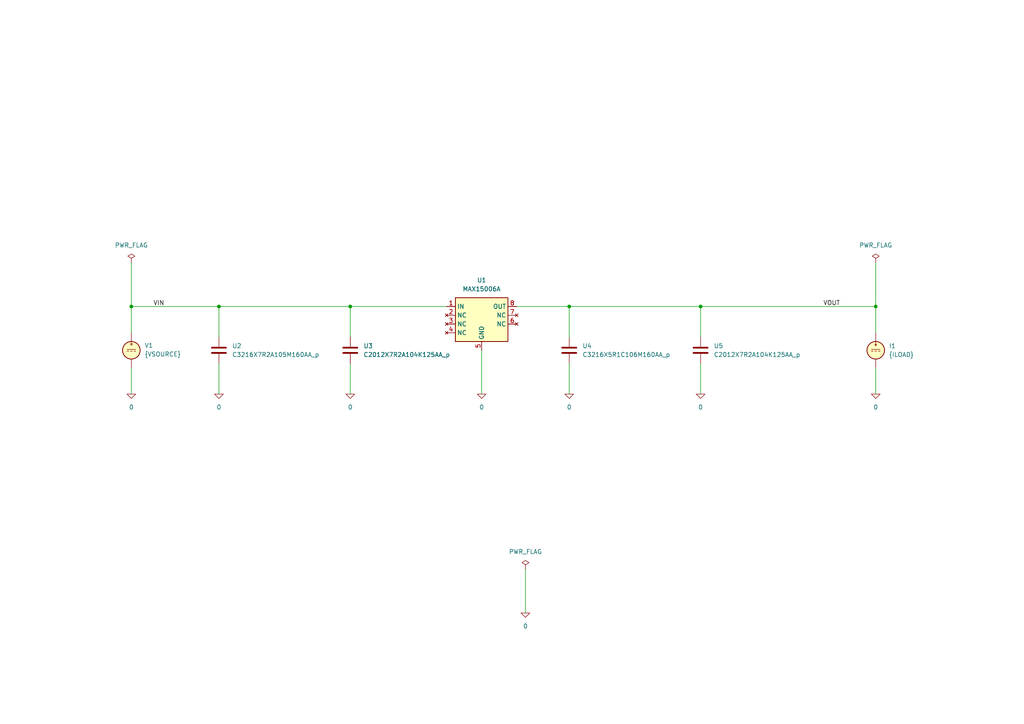
<source format=kicad_sch>
(kicad_sch
	(version 20231120)
	(generator "eeschema")
	(generator_version "8.0")
	(uuid "2b2ba44b-e46c-4be4-bf9a-4393ca8e3d98")
	(paper "A4")
	(title_block
		(title "40V, Ultra-Low Quiescent-Current Linear Regulators")
		(date "2024-07-07")
		(rev "2")
		(company "astroelectronic@")
		(comment 1 "-")
		(comment 2 "-")
		(comment 3 "-")
		(comment 4 "AE01005006")
	)
	(lib_symbols
		(symbol "MAX15006A:0"
			(power)
			(pin_names
				(offset 0)
			)
			(exclude_from_sim no)
			(in_bom yes)
			(on_board yes)
			(property "Reference" "#GND"
				(at 0 -2.54 0)
				(effects
					(font
						(size 1.27 1.27)
					)
					(hide yes)
				)
			)
			(property "Value" "0"
				(at 0 -1.778 0)
				(effects
					(font
						(size 1.27 1.27)
					)
				)
			)
			(property "Footprint" ""
				(at 0 0 0)
				(effects
					(font
						(size 1.27 1.27)
					)
					(hide yes)
				)
			)
			(property "Datasheet" "~"
				(at 0 0 0)
				(effects
					(font
						(size 1.27 1.27)
					)
					(hide yes)
				)
			)
			(property "Description" "0V reference potential for simulation"
				(at 0 0 0)
				(effects
					(font
						(size 1.27 1.27)
					)
					(hide yes)
				)
			)
			(property "ki_keywords" "simulation"
				(at 0 0 0)
				(effects
					(font
						(size 1.27 1.27)
					)
					(hide yes)
				)
			)
			(symbol "0_0_1"
				(polyline
					(pts
						(xy -1.27 0) (xy 0 -1.27) (xy 1.27 0) (xy -1.27 0)
					)
					(stroke
						(width 0)
						(type default)
					)
					(fill
						(type none)
					)
				)
			)
			(symbol "0_1_1"
				(pin power_in line
					(at 0 0 0)
					(length 0) hide
					(name "0"
						(effects
							(font
								(size 1.016 1.016)
							)
						)
					)
					(number "1"
						(effects
							(font
								(size 1.016 1.016)
							)
						)
					)
				)
			)
		)
		(symbol "MAX15006A:C"
			(pin_numbers hide)
			(pin_names
				(offset 0.254)
			)
			(exclude_from_sim no)
			(in_bom yes)
			(on_board yes)
			(property "Reference" "C"
				(at 0.635 2.54 0)
				(effects
					(font
						(size 1.27 1.27)
					)
					(justify left)
				)
			)
			(property "Value" "C"
				(at 0.635 -2.54 0)
				(effects
					(font
						(size 1.27 1.27)
					)
					(justify left)
				)
			)
			(property "Footprint" ""
				(at 0.9652 -3.81 0)
				(effects
					(font
						(size 1.27 1.27)
					)
					(hide yes)
				)
			)
			(property "Datasheet" "~"
				(at 0 0 0)
				(effects
					(font
						(size 1.27 1.27)
					)
					(hide yes)
				)
			)
			(property "Description" "Unpolarized capacitor"
				(at 0 0 0)
				(effects
					(font
						(size 1.27 1.27)
					)
					(hide yes)
				)
			)
			(property "ki_keywords" "cap capacitor"
				(at 0 0 0)
				(effects
					(font
						(size 1.27 1.27)
					)
					(hide yes)
				)
			)
			(property "ki_fp_filters" "C_*"
				(at 0 0 0)
				(effects
					(font
						(size 1.27 1.27)
					)
					(hide yes)
				)
			)
			(symbol "C_0_1"
				(polyline
					(pts
						(xy -2.032 -0.762) (xy 2.032 -0.762)
					)
					(stroke
						(width 0.508)
						(type default)
					)
					(fill
						(type none)
					)
				)
				(polyline
					(pts
						(xy -2.032 0.762) (xy 2.032 0.762)
					)
					(stroke
						(width 0.508)
						(type default)
					)
					(fill
						(type none)
					)
				)
			)
			(symbol "C_1_1"
				(pin passive line
					(at 0 3.81 270)
					(length 2.794)
					(name "~"
						(effects
							(font
								(size 1.27 1.27)
							)
						)
					)
					(number "1"
						(effects
							(font
								(size 1.27 1.27)
							)
						)
					)
				)
				(pin passive line
					(at 0 -3.81 90)
					(length 2.794)
					(name "~"
						(effects
							(font
								(size 1.27 1.27)
							)
						)
					)
					(number "2"
						(effects
							(font
								(size 1.27 1.27)
							)
						)
					)
				)
			)
		)
		(symbol "MAX15006A:IDC"
			(pin_numbers hide)
			(pin_names
				(offset 0.0254)
			)
			(exclude_from_sim no)
			(in_bom yes)
			(on_board yes)
			(property "Reference" "I"
				(at 2.54 2.54 0)
				(effects
					(font
						(size 1.27 1.27)
					)
					(justify left)
				)
			)
			(property "Value" "1"
				(at 2.54 0 0)
				(effects
					(font
						(size 1.27 1.27)
					)
					(justify left)
				)
			)
			(property "Footprint" ""
				(at 0 0 0)
				(effects
					(font
						(size 1.27 1.27)
					)
					(hide yes)
				)
			)
			(property "Datasheet" "https://ngspice.sourceforge.io/docs/ngspice-html-manual/manual.xhtml#sec_Independent_Sources_for"
				(at 0 0 0)
				(effects
					(font
						(size 1.27 1.27)
					)
					(hide yes)
				)
			)
			(property "Description" "Current source, DC"
				(at 0 0 0)
				(effects
					(font
						(size 1.27 1.27)
					)
					(hide yes)
				)
			)
			(property "Sim.Pins" "1=+ 2=-"
				(at 0 0 0)
				(effects
					(font
						(size 1.27 1.27)
					)
					(hide yes)
				)
			)
			(property "Sim.Type" "DC"
				(at 0 0 0)
				(effects
					(font
						(size 1.27 1.27)
					)
					(hide yes)
				)
			)
			(property "Sim.Device" "I"
				(at 0 0 0)
				(effects
					(font
						(size 1.27 1.27)
					)
					(hide yes)
				)
			)
			(property "ki_keywords" "simulation"
				(at 0 0 0)
				(effects
					(font
						(size 1.27 1.27)
					)
					(hide yes)
				)
			)
			(symbol "IDC_0_0"
				(polyline
					(pts
						(xy -1.27 0.254) (xy 1.27 0.254)
					)
					(stroke
						(width 0)
						(type default)
					)
					(fill
						(type none)
					)
				)
				(polyline
					(pts
						(xy -0.762 -0.254) (xy -1.27 -0.254)
					)
					(stroke
						(width 0)
						(type default)
					)
					(fill
						(type none)
					)
				)
				(polyline
					(pts
						(xy 0.254 -0.254) (xy -0.254 -0.254)
					)
					(stroke
						(width 0)
						(type default)
					)
					(fill
						(type none)
					)
				)
				(polyline
					(pts
						(xy 1.27 -0.254) (xy 0.762 -0.254)
					)
					(stroke
						(width 0)
						(type default)
					)
					(fill
						(type none)
					)
				)
			)
			(symbol "IDC_0_1"
				(polyline
					(pts
						(xy 0 1.27) (xy 0 2.286)
					)
					(stroke
						(width 0)
						(type default)
					)
					(fill
						(type none)
					)
				)
				(polyline
					(pts
						(xy -0.254 1.778) (xy 0 1.27) (xy 0.254 1.778)
					)
					(stroke
						(width 0)
						(type default)
					)
					(fill
						(type none)
					)
				)
				(circle
					(center 0 0)
					(radius 2.54)
					(stroke
						(width 0.254)
						(type default)
					)
					(fill
						(type background)
					)
				)
			)
			(symbol "IDC_1_1"
				(pin passive line
					(at 0 5.08 270)
					(length 2.54)
					(name "~"
						(effects
							(font
								(size 1.27 1.27)
							)
						)
					)
					(number "1"
						(effects
							(font
								(size 1.27 1.27)
							)
						)
					)
				)
				(pin passive line
					(at 0 -5.08 90)
					(length 2.54)
					(name "~"
						(effects
							(font
								(size 1.27 1.27)
							)
						)
					)
					(number "2"
						(effects
							(font
								(size 1.27 1.27)
							)
						)
					)
				)
			)
		)
		(symbol "MAX15006A:MAX15006A"
			(exclude_from_sim no)
			(in_bom yes)
			(on_board yes)
			(property "Reference" "U"
				(at -6.35 6.35 0)
				(effects
					(font
						(size 1.27 1.27)
					)
				)
			)
			(property "Value" "MAX15006A"
				(at 2.54 6.35 0)
				(effects
					(font
						(size 1.27 1.27)
					)
				)
			)
			(property "Footprint" ""
				(at 0 -6.35 0)
				(effects
					(font
						(size 1.27 1.27)
					)
					(hide yes)
				)
			)
			(property "Datasheet" "https://datasheets.maximintegrated.com/en/ds/MAX15006-MAX15007.pdf"
				(at 0 -6.35 0)
				(effects
					(font
						(size 1.27 1.27)
					)
					(hide yes)
				)
			)
			(property "Description" "40V, Ultra-Low Quiescent-Current Linear Regulators in 6-Pin TDFN/8-Pin SO"
				(at 0 0 0)
				(effects
					(font
						(size 1.27 1.27)
					)
					(hide yes)
				)
			)
			(property "ki_keywords" "Linear Voltage Regulator. Simulation."
				(at 0 0 0)
				(effects
					(font
						(size 1.27 1.27)
					)
					(hide yes)
				)
			)
			(property "ki_fp_filters" "SOT?23?5*"
				(at 0 0 0)
				(effects
					(font
						(size 1.27 1.27)
					)
					(hide yes)
				)
			)
			(symbol "MAX15006A_0_0"
				(pin no_connect line
					(at 10.16 -2.54 180)
					(length 2.54)
					(name "NC"
						(effects
							(font
								(size 1.27 1.27)
							)
						)
					)
					(number "6"
						(effects
							(font
								(size 1.27 1.27)
							)
						)
					)
				)
				(pin no_connect line
					(at 10.16 0 180)
					(length 2.54)
					(name "NC"
						(effects
							(font
								(size 1.27 1.27)
							)
						)
					)
					(number "7"
						(effects
							(font
								(size 1.27 1.27)
							)
						)
					)
				)
				(pin passive line
					(at 10.16 2.54 180)
					(length 2.54)
					(name "OUT"
						(effects
							(font
								(size 1.27 1.27)
							)
						)
					)
					(number "8"
						(effects
							(font
								(size 1.27 1.27)
							)
						)
					)
				)
			)
			(symbol "MAX15006A_1_1"
				(rectangle
					(start -7.62 5.08)
					(end 7.62 -7.62)
					(stroke
						(width 0.254)
						(type default)
					)
					(fill
						(type background)
					)
				)
				(pin passive line
					(at -10.16 2.54 0)
					(length 2.54)
					(name "IN"
						(effects
							(font
								(size 1.27 1.27)
							)
						)
					)
					(number "1"
						(effects
							(font
								(size 1.27 1.27)
							)
						)
					)
				)
				(pin no_connect line
					(at -10.16 0 0)
					(length 2.54)
					(name "NC"
						(effects
							(font
								(size 1.27 1.27)
							)
						)
					)
					(number "2"
						(effects
							(font
								(size 1.27 1.27)
							)
						)
					)
				)
				(pin no_connect line
					(at -10.16 -2.54 0)
					(length 2.54)
					(name "NC"
						(effects
							(font
								(size 1.27 1.27)
							)
						)
					)
					(number "3"
						(effects
							(font
								(size 1.27 1.27)
							)
						)
					)
				)
				(pin no_connect line
					(at -10.16 -5.08 0)
					(length 2.54)
					(name "NC"
						(effects
							(font
								(size 1.27 1.27)
							)
						)
					)
					(number "4"
						(effects
							(font
								(size 1.27 1.27)
							)
						)
					)
				)
				(pin passive line
					(at 0 -10.16 90)
					(length 2.54)
					(name "GND"
						(effects
							(font
								(size 1.27 1.27)
							)
						)
					)
					(number "5"
						(effects
							(font
								(size 1.27 1.27)
							)
						)
					)
				)
			)
		)
		(symbol "MAX15006A:PWR_FLAG"
			(power)
			(pin_numbers hide)
			(pin_names
				(offset 0) hide)
			(exclude_from_sim no)
			(in_bom yes)
			(on_board yes)
			(property "Reference" "#FLG"
				(at 0 1.905 0)
				(effects
					(font
						(size 1.27 1.27)
					)
					(hide yes)
				)
			)
			(property "Value" "PWR_FLAG"
				(at 0 3.81 0)
				(effects
					(font
						(size 1.27 1.27)
					)
				)
			)
			(property "Footprint" ""
				(at 0 0 0)
				(effects
					(font
						(size 1.27 1.27)
					)
					(hide yes)
				)
			)
			(property "Datasheet" "~"
				(at 0 0 0)
				(effects
					(font
						(size 1.27 1.27)
					)
					(hide yes)
				)
			)
			(property "Description" "Special symbol for telling ERC where power comes from"
				(at 0 0 0)
				(effects
					(font
						(size 1.27 1.27)
					)
					(hide yes)
				)
			)
			(property "ki_keywords" "flag power"
				(at 0 0 0)
				(effects
					(font
						(size 1.27 1.27)
					)
					(hide yes)
				)
			)
			(symbol "PWR_FLAG_0_0"
				(pin power_out line
					(at 0 0 90)
					(length 0)
					(name "pwr"
						(effects
							(font
								(size 1.27 1.27)
							)
						)
					)
					(number "1"
						(effects
							(font
								(size 1.27 1.27)
							)
						)
					)
				)
			)
			(symbol "PWR_FLAG_0_1"
				(polyline
					(pts
						(xy 0 0) (xy 0 1.27) (xy -1.016 1.905) (xy 0 2.54) (xy 1.016 1.905) (xy 0 1.27)
					)
					(stroke
						(width 0)
						(type default)
					)
					(fill
						(type none)
					)
				)
			)
		)
		(symbol "MAX15006A:VDC"
			(pin_numbers hide)
			(pin_names
				(offset 0.0254)
			)
			(exclude_from_sim no)
			(in_bom yes)
			(on_board yes)
			(property "Reference" "V"
				(at 2.54 2.54 0)
				(effects
					(font
						(size 1.27 1.27)
					)
					(justify left)
				)
			)
			(property "Value" "1"
				(at 2.54 0 0)
				(effects
					(font
						(size 1.27 1.27)
					)
					(justify left)
				)
			)
			(property "Footprint" ""
				(at 0 0 0)
				(effects
					(font
						(size 1.27 1.27)
					)
					(hide yes)
				)
			)
			(property "Datasheet" "https://ngspice.sourceforge.io/docs/ngspice-html-manual/manual.xhtml#sec_Independent_Sources_for"
				(at 0 0 0)
				(effects
					(font
						(size 1.27 1.27)
					)
					(hide yes)
				)
			)
			(property "Description" "Voltage source, DC"
				(at 0 0 0)
				(effects
					(font
						(size 1.27 1.27)
					)
					(hide yes)
				)
			)
			(property "Sim.Pins" "1=+ 2=-"
				(at 0 0 0)
				(effects
					(font
						(size 1.27 1.27)
					)
					(hide yes)
				)
			)
			(property "Sim.Type" "DC"
				(at 0 0 0)
				(effects
					(font
						(size 1.27 1.27)
					)
					(hide yes)
				)
			)
			(property "Sim.Device" "V"
				(at 0 0 0)
				(effects
					(font
						(size 1.27 1.27)
					)
					(justify left)
					(hide yes)
				)
			)
			(property "ki_keywords" "simulation"
				(at 0 0 0)
				(effects
					(font
						(size 1.27 1.27)
					)
					(hide yes)
				)
			)
			(symbol "VDC_0_0"
				(polyline
					(pts
						(xy -1.27 0.254) (xy 1.27 0.254)
					)
					(stroke
						(width 0)
						(type default)
					)
					(fill
						(type none)
					)
				)
				(polyline
					(pts
						(xy -0.762 -0.254) (xy -1.27 -0.254)
					)
					(stroke
						(width 0)
						(type default)
					)
					(fill
						(type none)
					)
				)
				(polyline
					(pts
						(xy 0.254 -0.254) (xy -0.254 -0.254)
					)
					(stroke
						(width 0)
						(type default)
					)
					(fill
						(type none)
					)
				)
				(polyline
					(pts
						(xy 1.27 -0.254) (xy 0.762 -0.254)
					)
					(stroke
						(width 0)
						(type default)
					)
					(fill
						(type none)
					)
				)
				(text "+"
					(at 0 1.905 0)
					(effects
						(font
							(size 1.27 1.27)
						)
					)
				)
			)
			(symbol "VDC_0_1"
				(circle
					(center 0 0)
					(radius 2.54)
					(stroke
						(width 0.254)
						(type default)
					)
					(fill
						(type background)
					)
				)
			)
			(symbol "VDC_1_1"
				(pin passive line
					(at 0 5.08 270)
					(length 2.54)
					(name "~"
						(effects
							(font
								(size 1.27 1.27)
							)
						)
					)
					(number "1"
						(effects
							(font
								(size 1.27 1.27)
							)
						)
					)
				)
				(pin passive line
					(at 0 -5.08 90)
					(length 2.54)
					(name "~"
						(effects
							(font
								(size 1.27 1.27)
							)
						)
					)
					(number "2"
						(effects
							(font
								(size 1.27 1.27)
							)
						)
					)
				)
			)
		)
	)
	(junction
		(at 38.1 88.9)
		(diameter 0)
		(color 0 0 0 0)
		(uuid "0e5d100a-7d15-4ae0-b30b-717c7cb359bf")
	)
	(junction
		(at 101.6 88.9)
		(diameter 0)
		(color 0 0 0 0)
		(uuid "32274772-1c02-48ba-908e-73c1cca48584")
	)
	(junction
		(at 165.1 88.9)
		(diameter 0)
		(color 0 0 0 0)
		(uuid "322d38d1-8202-40ea-a395-e6d2326e9db5")
	)
	(junction
		(at 203.2 88.9)
		(diameter 0)
		(color 0 0 0 0)
		(uuid "83894ea7-3fcc-428f-a10f-c4d7f59d196d")
	)
	(junction
		(at 63.5 88.9)
		(diameter 0)
		(color 0 0 0 0)
		(uuid "864247b7-7287-4d2d-9dc4-f53323b2c581")
	)
	(junction
		(at 254 88.9)
		(diameter 0)
		(color 0 0 0 0)
		(uuid "9348c5b1-6f8f-429c-ada2-08cb73dad8da")
	)
	(wire
		(pts
			(xy 38.1 106.68) (xy 38.1 114.3)
		)
		(stroke
			(width 0)
			(type default)
		)
		(uuid "023f3597-bfbe-405d-8a47-afae82b4a403")
	)
	(wire
		(pts
			(xy 165.1 105.41) (xy 165.1 114.3)
		)
		(stroke
			(width 0)
			(type default)
		)
		(uuid "0ab9b957-482e-464c-b48a-4d6e0cf702a4")
	)
	(wire
		(pts
			(xy 63.5 105.41) (xy 63.5 114.3)
		)
		(stroke
			(width 0)
			(type default)
		)
		(uuid "0add7df5-0aab-4e3f-8660-264f37909683")
	)
	(wire
		(pts
			(xy 63.5 88.9) (xy 63.5 97.79)
		)
		(stroke
			(width 0)
			(type default)
		)
		(uuid "29461e13-9deb-444b-b475-6a802a73fd07")
	)
	(wire
		(pts
			(xy 139.7 101.6) (xy 139.7 114.3)
		)
		(stroke
			(width 0)
			(type default)
		)
		(uuid "3f828bec-cfa4-4143-88c4-29f25600dfe4")
	)
	(wire
		(pts
			(xy 254 106.68) (xy 254 114.3)
		)
		(stroke
			(width 0)
			(type default)
		)
		(uuid "442d10b1-eda6-49cb-8248-74a6fa8a7a5e")
	)
	(wire
		(pts
			(xy 101.6 88.9) (xy 129.54 88.9)
		)
		(stroke
			(width 0)
			(type default)
		)
		(uuid "444b0486-1fa0-4258-88e4-9181c72448b9")
	)
	(wire
		(pts
			(xy 63.5 88.9) (xy 101.6 88.9)
		)
		(stroke
			(width 0)
			(type default)
		)
		(uuid "513c6566-710a-4877-9aae-6d8ff314875c")
	)
	(wire
		(pts
			(xy 203.2 105.41) (xy 203.2 114.3)
		)
		(stroke
			(width 0)
			(type default)
		)
		(uuid "51a3e445-b42b-42d7-a2f4-d8b80daea26c")
	)
	(wire
		(pts
			(xy 38.1 88.9) (xy 63.5 88.9)
		)
		(stroke
			(width 0)
			(type default)
		)
		(uuid "5502e6c8-9b2d-4a39-b8f1-266e6b042f22")
	)
	(wire
		(pts
			(xy 38.1 76.2) (xy 38.1 88.9)
		)
		(stroke
			(width 0)
			(type default)
		)
		(uuid "5d078095-077a-4f91-9776-f1f0edb84191")
	)
	(wire
		(pts
			(xy 101.6 88.9) (xy 101.6 97.79)
		)
		(stroke
			(width 0)
			(type default)
		)
		(uuid "6fbc59bc-9f8a-4179-a9f9-e4a71920f68f")
	)
	(wire
		(pts
			(xy 165.1 88.9) (xy 203.2 88.9)
		)
		(stroke
			(width 0)
			(type default)
		)
		(uuid "81d53a47-0036-426c-a7ce-0537878446e9")
	)
	(wire
		(pts
			(xy 203.2 88.9) (xy 203.2 97.79)
		)
		(stroke
			(width 0)
			(type default)
		)
		(uuid "8cc9a7b6-846f-4255-9887-f99888c5f4f6")
	)
	(wire
		(pts
			(xy 101.6 105.41) (xy 101.6 114.3)
		)
		(stroke
			(width 0)
			(type default)
		)
		(uuid "93de8530-dc8c-4557-b481-ba68cb5b31e1")
	)
	(wire
		(pts
			(xy 149.86 88.9) (xy 165.1 88.9)
		)
		(stroke
			(width 0)
			(type default)
		)
		(uuid "a00500a9-5695-4e32-aaf9-7768d16123c2")
	)
	(wire
		(pts
			(xy 152.4 165.1) (xy 152.4 177.8)
		)
		(stroke
			(width 0)
			(type default)
		)
		(uuid "af162512-ba0c-42ea-b3b4-ccf5f7f1bfee")
	)
	(wire
		(pts
			(xy 254 96.52) (xy 254 88.9)
		)
		(stroke
			(width 0)
			(type default)
		)
		(uuid "b7d5ef2a-4c1e-457d-8878-fbc73ddfe2de")
	)
	(wire
		(pts
			(xy 203.2 88.9) (xy 254 88.9)
		)
		(stroke
			(width 0)
			(type default)
		)
		(uuid "beef1b14-1530-4aa3-9dc1-f2b2a3fbfb0e")
	)
	(wire
		(pts
			(xy 254 76.2) (xy 254 88.9)
		)
		(stroke
			(width 0)
			(type default)
		)
		(uuid "c3fccf07-415a-4972-a413-2c584bf272db")
	)
	(wire
		(pts
			(xy 165.1 97.79) (xy 165.1 88.9)
		)
		(stroke
			(width 0)
			(type default)
		)
		(uuid "ea51ea14-559e-4842-b29d-b34de91f1ad4")
	)
	(wire
		(pts
			(xy 38.1 96.52) (xy 38.1 88.9)
		)
		(stroke
			(width 0)
			(type default)
		)
		(uuid "eb7419f1-6e5f-482d-bb1b-8a74ac3b5860")
	)
	(label "VIN"
		(at 44.45 88.9 0)
		(fields_autoplaced yes)
		(effects
			(font
				(size 1.27 1.27)
			)
			(justify left bottom)
		)
		(uuid "11a01f0f-9bca-40cf-8d5a-145f08f854c8")
	)
	(label "VOUT"
		(at 238.76 88.9 0)
		(fields_autoplaced yes)
		(effects
			(font
				(size 1.27 1.27)
			)
			(justify left bottom)
		)
		(uuid "52369dcb-170c-4211-bdcb-b540cc665d2f")
	)
	(symbol
		(lib_id "MAX15006A:PWR_FLAG")
		(at 152.4 165.1 0)
		(unit 1)
		(exclude_from_sim no)
		(in_bom yes)
		(on_board yes)
		(dnp no)
		(fields_autoplaced yes)
		(uuid "131ecec5-197b-42bc-ac37-ff1974cceb85")
		(property "Reference" "#FLG01"
			(at 152.4 163.195 0)
			(effects
				(font
					(size 1.27 1.27)
				)
				(hide yes)
			)
		)
		(property "Value" "PWR_FLAG"
			(at 152.4 160.02 0)
			(effects
				(font
					(size 1.27 1.27)
				)
			)
		)
		(property "Footprint" ""
			(at 152.4 165.1 0)
			(effects
				(font
					(size 1.27 1.27)
				)
				(hide yes)
			)
		)
		(property "Datasheet" "~"
			(at 152.4 165.1 0)
			(effects
				(font
					(size 1.27 1.27)
				)
				(hide yes)
			)
		)
		(property "Description" ""
			(at 152.4 165.1 0)
			(effects
				(font
					(size 1.27 1.27)
				)
				(hide yes)
			)
		)
		(pin "1"
			(uuid "ad8608ab-4a25-429a-949a-967abc2cdb85")
		)
		(instances
			(project ""
				(path "/2b2ba44b-e46c-4be4-bf9a-4393ca8e3d98"
					(reference "#FLG01")
					(unit 1)
				)
			)
			(project ""
				(path "/fc4572db-b7c9-471f-a982-790f6892d6db"
					(reference "#FLG01")
					(unit 1)
				)
			)
		)
	)
	(symbol
		(lib_id "MAX15006A:C")
		(at 63.5 101.6 0)
		(unit 1)
		(exclude_from_sim no)
		(in_bom yes)
		(on_board yes)
		(dnp no)
		(fields_autoplaced yes)
		(uuid "2178ce68-1612-4961-bbbd-c7995d7e6406")
		(property "Reference" "U2"
			(at 67.31 100.3299 0)
			(effects
				(font
					(size 1.27 1.27)
				)
				(justify left)
			)
		)
		(property "Value" "C3216X7R2A105M160AA_p"
			(at 67.31 102.8699 0)
			(effects
				(font
					(size 1.27 1.27)
				)
				(justify left)
			)
		)
		(property "Footprint" ""
			(at 64.4652 105.41 0)
			(effects
				(font
					(size 1.27 1.27)
				)
				(hide yes)
			)
		)
		(property "Datasheet" "~"
			(at 63.5 101.6 0)
			(effects
				(font
					(size 1.27 1.27)
				)
				(hide yes)
			)
		)
		(property "Description" ""
			(at 63.5 101.6 0)
			(effects
				(font
					(size 1.27 1.27)
				)
				(hide yes)
			)
		)
		(property "Sim.Device" "SUBCKT"
			(at 63.5 101.6 0)
			(effects
				(font
					(size 1.27 1.27)
				)
				(hide yes)
			)
		)
		(property "Sim.Pins" "1=n1 2=n2"
			(at 0 -12.7 0)
			(effects
				(font
					(size 1.27 1.27)
				)
				(hide yes)
			)
		)
		(property "Sim.Library" "C:\\AE\\MAX15006A\\_models\\C3216X7R2A105M160AA_p.mod"
			(at 63.5 101.6 0)
			(effects
				(font
					(size 1.27 1.27)
				)
				(hide yes)
			)
		)
		(property "Sim.Name" "C3216X7R2A105M160AA_p"
			(at 63.5 101.6 0)
			(effects
				(font
					(size 1.27 1.27)
				)
				(hide yes)
			)
		)
		(pin "1"
			(uuid "f0de56af-db46-4166-a66e-1008be924ad9")
		)
		(pin "2"
			(uuid "a71000fd-39a7-4eec-80c5-ab7d6292c923")
		)
		(instances
			(project ""
				(path "/2b2ba44b-e46c-4be4-bf9a-4393ca8e3d98"
					(reference "U2")
					(unit 1)
				)
			)
			(project ""
				(path "/fc4572db-b7c9-471f-a982-790f6892d6db"
					(reference "U2")
					(unit 1)
				)
			)
		)
	)
	(symbol
		(lib_id "MAX15006A:PWR_FLAG")
		(at 254 76.2 0)
		(unit 1)
		(exclude_from_sim no)
		(in_bom yes)
		(on_board yes)
		(dnp no)
		(fields_autoplaced yes)
		(uuid "49d9db21-d610-43b5-a66b-2f9135816f33")
		(property "Reference" "#FLG03"
			(at 254 74.295 0)
			(effects
				(font
					(size 1.27 1.27)
				)
				(hide yes)
			)
		)
		(property "Value" "PWR_FLAG"
			(at 254 71.12 0)
			(effects
				(font
					(size 1.27 1.27)
				)
			)
		)
		(property "Footprint" ""
			(at 254 76.2 0)
			(effects
				(font
					(size 1.27 1.27)
				)
				(hide yes)
			)
		)
		(property "Datasheet" "~"
			(at 254 76.2 0)
			(effects
				(font
					(size 1.27 1.27)
				)
				(hide yes)
			)
		)
		(property "Description" ""
			(at 254 76.2 0)
			(effects
				(font
					(size 1.27 1.27)
				)
				(hide yes)
			)
		)
		(pin "1"
			(uuid "b83201fa-9d1c-4110-9906-7fefaa35b8e3")
		)
		(instances
			(project ""
				(path "/2b2ba44b-e46c-4be4-bf9a-4393ca8e3d98"
					(reference "#FLG03")
					(unit 1)
				)
			)
			(project ""
				(path "/fc4572db-b7c9-471f-a982-790f6892d6db"
					(reference "#FLG03")
					(unit 1)
				)
			)
		)
	)
	(symbol
		(lib_id "MAX15006A:C")
		(at 101.6 101.6 0)
		(unit 1)
		(exclude_from_sim no)
		(in_bom yes)
		(on_board yes)
		(dnp no)
		(fields_autoplaced yes)
		(uuid "4af65cb9-79b8-4c9c-bd5d-dc7ab2dd88ce")
		(property "Reference" "U3"
			(at 105.41 100.3299 0)
			(effects
				(font
					(size 1.27 1.27)
				)
				(justify left)
			)
		)
		(property "Value" "C2012X7R2A104K125AA_p"
			(at 105.41 102.8699 0)
			(effects
				(font
					(size 1.27 1.27)
				)
				(justify left)
			)
		)
		(property "Footprint" ""
			(at 102.5652 105.41 0)
			(effects
				(font
					(size 1.27 1.27)
				)
				(hide yes)
			)
		)
		(property "Datasheet" "~"
			(at 101.6 101.6 0)
			(effects
				(font
					(size 1.27 1.27)
				)
				(hide yes)
			)
		)
		(property "Description" ""
			(at 101.6 101.6 0)
			(effects
				(font
					(size 1.27 1.27)
				)
				(hide yes)
			)
		)
		(property "Sim.Device" "SUBCKT"
			(at 101.6 101.6 0)
			(effects
				(font
					(size 1.27 1.27)
				)
				(hide yes)
			)
		)
		(property "Sim.Pins" "1=n1 2=n2"
			(at 0 -12.7 0)
			(effects
				(font
					(size 1.27 1.27)
				)
				(hide yes)
			)
		)
		(property "Sim.Library" "C:\\AE\\MAX15006A\\_models\\C2012X7R2A104K125AA_p.mod"
			(at 101.6 101.6 0)
			(effects
				(font
					(size 1.27 1.27)
				)
				(hide yes)
			)
		)
		(property "Sim.Name" "C2012X7R2A104K125AA_p"
			(at 101.6 101.6 0)
			(effects
				(font
					(size 1.27 1.27)
				)
				(hide yes)
			)
		)
		(pin "1"
			(uuid "05af2be4-1459-4c28-8853-0f0d09bbaad5")
		)
		(pin "2"
			(uuid "f4c2fbd8-cd8c-4b83-9444-de30094b977f")
		)
		(instances
			(project ""
				(path "/2b2ba44b-e46c-4be4-bf9a-4393ca8e3d98"
					(reference "U3")
					(unit 1)
				)
			)
			(project ""
				(path "/fc4572db-b7c9-471f-a982-790f6892d6db"
					(reference "U3")
					(unit 1)
				)
			)
		)
	)
	(symbol
		(lib_id "MAX15006A:0")
		(at 254 114.3 0)
		(unit 1)
		(exclude_from_sim no)
		(in_bom yes)
		(on_board yes)
		(dnp no)
		(fields_autoplaced yes)
		(uuid "56fb3aa2-5e42-42f7-8135-97418c4c8ace")
		(property "Reference" "#GND08"
			(at 254 116.84 0)
			(effects
				(font
					(size 1.27 1.27)
				)
				(hide yes)
			)
		)
		(property "Value" "0"
			(at 254 118.11 0)
			(effects
				(font
					(size 1.27 1.27)
				)
			)
		)
		(property "Footprint" ""
			(at 254 114.3 0)
			(effects
				(font
					(size 1.27 1.27)
				)
				(hide yes)
			)
		)
		(property "Datasheet" "~"
			(at 254 114.3 0)
			(effects
				(font
					(size 1.27 1.27)
				)
				(hide yes)
			)
		)
		(property "Description" ""
			(at 254 114.3 0)
			(effects
				(font
					(size 1.27 1.27)
				)
				(hide yes)
			)
		)
		(pin "1"
			(uuid "2581476d-3a73-465e-a760-0c43e002cdfb")
		)
		(instances
			(project ""
				(path "/2b2ba44b-e46c-4be4-bf9a-4393ca8e3d98"
					(reference "#GND08")
					(unit 1)
				)
			)
			(project ""
				(path "/fc4572db-b7c9-471f-a982-790f6892d6db"
					(reference "#GND08")
					(unit 1)
				)
			)
		)
	)
	(symbol
		(lib_id "MAX15006A:0")
		(at 165.1 114.3 0)
		(unit 1)
		(exclude_from_sim no)
		(in_bom yes)
		(on_board yes)
		(dnp no)
		(fields_autoplaced yes)
		(uuid "6d5324dd-ff04-4222-9e07-c8d2da43ba02")
		(property "Reference" "#GND06"
			(at 165.1 116.84 0)
			(effects
				(font
					(size 1.27 1.27)
				)
				(hide yes)
			)
		)
		(property "Value" "0"
			(at 165.1 118.11 0)
			(effects
				(font
					(size 1.27 1.27)
				)
			)
		)
		(property "Footprint" ""
			(at 165.1 114.3 0)
			(effects
				(font
					(size 1.27 1.27)
				)
				(hide yes)
			)
		)
		(property "Datasheet" "~"
			(at 165.1 114.3 0)
			(effects
				(font
					(size 1.27 1.27)
				)
				(hide yes)
			)
		)
		(property "Description" ""
			(at 165.1 114.3 0)
			(effects
				(font
					(size 1.27 1.27)
				)
				(hide yes)
			)
		)
		(pin "1"
			(uuid "e15e1d28-7ae8-4f5b-9379-3bc2e5fb7656")
		)
		(instances
			(project ""
				(path "/2b2ba44b-e46c-4be4-bf9a-4393ca8e3d98"
					(reference "#GND06")
					(unit 1)
				)
			)
			(project ""
				(path "/fc4572db-b7c9-471f-a982-790f6892d6db"
					(reference "#GND06")
					(unit 1)
				)
			)
		)
	)
	(symbol
		(lib_id "MAX15006A:0")
		(at 152.4 177.8 0)
		(unit 1)
		(exclude_from_sim no)
		(in_bom yes)
		(on_board yes)
		(dnp no)
		(fields_autoplaced yes)
		(uuid "73d2f928-16cf-4c5a-9bb9-5647cee4f45b")
		(property "Reference" "#GND05"
			(at 152.4 180.34 0)
			(effects
				(font
					(size 1.27 1.27)
				)
				(hide yes)
			)
		)
		(property "Value" "0"
			(at 152.4 181.61 0)
			(effects
				(font
					(size 1.27 1.27)
				)
			)
		)
		(property "Footprint" ""
			(at 152.4 177.8 0)
			(effects
				(font
					(size 1.27 1.27)
				)
				(hide yes)
			)
		)
		(property "Datasheet" "~"
			(at 152.4 177.8 0)
			(effects
				(font
					(size 1.27 1.27)
				)
				(hide yes)
			)
		)
		(property "Description" ""
			(at 152.4 177.8 0)
			(effects
				(font
					(size 1.27 1.27)
				)
				(hide yes)
			)
		)
		(pin "1"
			(uuid "d49dddbd-3f46-4286-8bae-79ca046b47b8")
		)
		(instances
			(project ""
				(path "/2b2ba44b-e46c-4be4-bf9a-4393ca8e3d98"
					(reference "#GND05")
					(unit 1)
				)
			)
			(project ""
				(path "/fc4572db-b7c9-471f-a982-790f6892d6db"
					(reference "#GND05")
					(unit 1)
				)
			)
		)
	)
	(symbol
		(lib_id "MAX15006A:VDC")
		(at 38.1 101.6 0)
		(unit 1)
		(exclude_from_sim no)
		(in_bom yes)
		(on_board yes)
		(dnp no)
		(fields_autoplaced yes)
		(uuid "7b166520-b1ed-4ef2-9350-fdda386f01c7")
		(property "Reference" "V1"
			(at 41.91 100.2001 0)
			(effects
				(font
					(size 1.27 1.27)
				)
				(justify left)
			)
		)
		(property "Value" "{VSOURCE}"
			(at 41.91 102.7401 0)
			(effects
				(font
					(size 1.27 1.27)
				)
				(justify left)
			)
		)
		(property "Footprint" ""
			(at 38.1 101.6 0)
			(effects
				(font
					(size 1.27 1.27)
				)
				(hide yes)
			)
		)
		(property "Datasheet" "https://ngspice.sourceforge.io/docs/ngspice-html-manual/manual.xhtml#sec_Independent_Sources_for"
			(at 38.1 101.6 0)
			(effects
				(font
					(size 1.27 1.27)
				)
				(hide yes)
			)
		)
		(property "Description" "Voltage source, DC"
			(at 38.1 101.6 0)
			(effects
				(font
					(size 1.27 1.27)
				)
				(hide yes)
			)
		)
		(property "Sim.Pins" "1=+ 2=-"
			(at 38.1 101.6 0)
			(effects
				(font
					(size 1.27 1.27)
				)
				(hide yes)
			)
		)
		(property "Sim.Type" "DC"
			(at 38.1 101.6 0)
			(effects
				(font
					(size 1.27 1.27)
				)
				(hide yes)
			)
		)
		(property "Sim.Device" "V"
			(at 38.1 101.6 0)
			(effects
				(font
					(size 1.27 1.27)
				)
				(justify left)
				(hide yes)
			)
		)
		(pin "1"
			(uuid "5e873dd6-c3f6-478d-8a4b-c10fcea39854")
		)
		(pin "2"
			(uuid "acdbaa7d-0f2c-4bad-a95c-1007f58cdfc9")
		)
		(instances
			(project ""
				(path "/2b2ba44b-e46c-4be4-bf9a-4393ca8e3d98"
					(reference "V1")
					(unit 1)
				)
			)
		)
	)
	(symbol
		(lib_id "MAX15006A:PWR_FLAG")
		(at 38.1 76.2 0)
		(unit 1)
		(exclude_from_sim no)
		(in_bom yes)
		(on_board yes)
		(dnp no)
		(fields_autoplaced yes)
		(uuid "878893ad-c64a-4e7e-b05c-3d16f3a580fb")
		(property "Reference" "#FLG02"
			(at 38.1 74.295 0)
			(effects
				(font
					(size 1.27 1.27)
				)
				(hide yes)
			)
		)
		(property "Value" "PWR_FLAG"
			(at 38.1 71.12 0)
			(effects
				(font
					(size 1.27 1.27)
				)
			)
		)
		(property "Footprint" ""
			(at 38.1 76.2 0)
			(effects
				(font
					(size 1.27 1.27)
				)
				(hide yes)
			)
		)
		(property "Datasheet" "~"
			(at 38.1 76.2 0)
			(effects
				(font
					(size 1.27 1.27)
				)
				(hide yes)
			)
		)
		(property "Description" ""
			(at 38.1 76.2 0)
			(effects
				(font
					(size 1.27 1.27)
				)
				(hide yes)
			)
		)
		(pin "1"
			(uuid "43547b19-f40c-4dac-8bc7-8901aac6aa37")
		)
		(instances
			(project ""
				(path "/2b2ba44b-e46c-4be4-bf9a-4393ca8e3d98"
					(reference "#FLG02")
					(unit 1)
				)
			)
			(project ""
				(path "/fc4572db-b7c9-471f-a982-790f6892d6db"
					(reference "#FLG02")
					(unit 1)
				)
			)
		)
	)
	(symbol
		(lib_id "MAX15006A:C")
		(at 165.1 101.6 0)
		(unit 1)
		(exclude_from_sim no)
		(in_bom yes)
		(on_board yes)
		(dnp no)
		(fields_autoplaced yes)
		(uuid "92d211a8-9afc-4e42-990d-8e558b0a6d09")
		(property "Reference" "U4"
			(at 168.91 100.3299 0)
			(effects
				(font
					(size 1.27 1.27)
				)
				(justify left)
			)
		)
		(property "Value" "C3216X5R1C106M160AA_p"
			(at 168.91 102.8699 0)
			(effects
				(font
					(size 1.27 1.27)
				)
				(justify left)
			)
		)
		(property "Footprint" ""
			(at 166.0652 105.41 0)
			(effects
				(font
					(size 1.27 1.27)
				)
				(hide yes)
			)
		)
		(property "Datasheet" "~"
			(at 165.1 101.6 0)
			(effects
				(font
					(size 1.27 1.27)
				)
				(hide yes)
			)
		)
		(property "Description" ""
			(at 165.1 101.6 0)
			(effects
				(font
					(size 1.27 1.27)
				)
				(hide yes)
			)
		)
		(property "Sim.Device" "SUBCKT"
			(at 165.1 101.6 0)
			(effects
				(font
					(size 1.27 1.27)
				)
				(hide yes)
			)
		)
		(property "Sim.Pins" "1=n1 2=n2"
			(at 0 -12.7 0)
			(effects
				(font
					(size 1.27 1.27)
				)
				(hide yes)
			)
		)
		(property "Sim.Library" "C:\\AE\\MAX15006A\\_models\\C3216X5R1C106M160AA_p.mod"
			(at 165.1 101.6 0)
			(effects
				(font
					(size 1.27 1.27)
				)
				(hide yes)
			)
		)
		(property "Sim.Name" "C3216X5R1C106M160AA_p"
			(at 165.1 101.6 0)
			(effects
				(font
					(size 1.27 1.27)
				)
				(hide yes)
			)
		)
		(pin "1"
			(uuid "441ae413-6631-4c3b-9e6f-aa0e476b7307")
		)
		(pin "2"
			(uuid "bff64244-fff0-4d60-a05d-e60cd80a7d54")
		)
		(instances
			(project ""
				(path "/2b2ba44b-e46c-4be4-bf9a-4393ca8e3d98"
					(reference "U4")
					(unit 1)
				)
			)
			(project ""
				(path "/fc4572db-b7c9-471f-a982-790f6892d6db"
					(reference "U4")
					(unit 1)
				)
			)
		)
	)
	(symbol
		(lib_id "MAX15006A:0")
		(at 38.1 114.3 0)
		(unit 1)
		(exclude_from_sim no)
		(in_bom yes)
		(on_board yes)
		(dnp no)
		(fields_autoplaced yes)
		(uuid "b5059ece-86c0-4d23-963e-cc6232595fde")
		(property "Reference" "#GND01"
			(at 38.1 116.84 0)
			(effects
				(font
					(size 1.27 1.27)
				)
				(hide yes)
			)
		)
		(property "Value" "0"
			(at 38.1 118.11 0)
			(effects
				(font
					(size 1.27 1.27)
				)
			)
		)
		(property "Footprint" ""
			(at 38.1 114.3 0)
			(effects
				(font
					(size 1.27 1.27)
				)
				(hide yes)
			)
		)
		(property "Datasheet" "~"
			(at 38.1 114.3 0)
			(effects
				(font
					(size 1.27 1.27)
				)
				(hide yes)
			)
		)
		(property "Description" ""
			(at 38.1 114.3 0)
			(effects
				(font
					(size 1.27 1.27)
				)
				(hide yes)
			)
		)
		(pin "1"
			(uuid "de948012-ab8c-4f43-bcf9-242f448acf0f")
		)
		(instances
			(project ""
				(path "/2b2ba44b-e46c-4be4-bf9a-4393ca8e3d98"
					(reference "#GND01")
					(unit 1)
				)
			)
			(project ""
				(path "/fc4572db-b7c9-471f-a982-790f6892d6db"
					(reference "#GND01")
					(unit 1)
				)
			)
		)
	)
	(symbol
		(lib_id "MAX15006A:0")
		(at 63.5 114.3 0)
		(unit 1)
		(exclude_from_sim no)
		(in_bom yes)
		(on_board yes)
		(dnp no)
		(fields_autoplaced yes)
		(uuid "bf57a1e8-dbf8-44b6-80ab-035e535169b0")
		(property "Reference" "#GND02"
			(at 63.5 116.84 0)
			(effects
				(font
					(size 1.27 1.27)
				)
				(hide yes)
			)
		)
		(property "Value" "0"
			(at 63.5 118.11 0)
			(effects
				(font
					(size 1.27 1.27)
				)
			)
		)
		(property "Footprint" ""
			(at 63.5 114.3 0)
			(effects
				(font
					(size 1.27 1.27)
				)
				(hide yes)
			)
		)
		(property "Datasheet" "~"
			(at 63.5 114.3 0)
			(effects
				(font
					(size 1.27 1.27)
				)
				(hide yes)
			)
		)
		(property "Description" ""
			(at 63.5 114.3 0)
			(effects
				(font
					(size 1.27 1.27)
				)
				(hide yes)
			)
		)
		(pin "1"
			(uuid "49d2ecf4-8a97-48ee-bd24-18ffcb8f3bd0")
		)
		(instances
			(project ""
				(path "/2b2ba44b-e46c-4be4-bf9a-4393ca8e3d98"
					(reference "#GND02")
					(unit 1)
				)
			)
			(project ""
				(path "/fc4572db-b7c9-471f-a982-790f6892d6db"
					(reference "#GND02")
					(unit 1)
				)
			)
		)
	)
	(symbol
		(lib_id "MAX15006A:IDC")
		(at 254 101.6 0)
		(unit 1)
		(exclude_from_sim no)
		(in_bom yes)
		(on_board yes)
		(dnp no)
		(fields_autoplaced yes)
		(uuid "c253e266-14e6-400a-84cd-07658a3240b4")
		(property "Reference" "I1"
			(at 257.81 100.3299 0)
			(effects
				(font
					(size 1.27 1.27)
				)
				(justify left)
			)
		)
		(property "Value" "{ILOAD}"
			(at 257.81 102.8699 0)
			(effects
				(font
					(size 1.27 1.27)
				)
				(justify left)
			)
		)
		(property "Footprint" ""
			(at 254 101.6 0)
			(effects
				(font
					(size 1.27 1.27)
				)
				(hide yes)
			)
		)
		(property "Datasheet" "https://ngspice.sourceforge.io/docs/ngspice-html-manual/manual.xhtml#sec_Independent_Sources_for"
			(at 254 101.6 0)
			(effects
				(font
					(size 1.27 1.27)
				)
				(hide yes)
			)
		)
		(property "Description" "Current source, DC"
			(at 254 101.6 0)
			(effects
				(font
					(size 1.27 1.27)
				)
				(hide yes)
			)
		)
		(property "Sim.Pins" "1=+ 2=-"
			(at 254 101.6 0)
			(effects
				(font
					(size 1.27 1.27)
				)
				(hide yes)
			)
		)
		(property "Sim.Type" "DC"
			(at 254 101.6 0)
			(effects
				(font
					(size 1.27 1.27)
				)
				(hide yes)
			)
		)
		(property "Sim.Device" "I"
			(at 254 101.6 0)
			(effects
				(font
					(size 1.27 1.27)
				)
				(hide yes)
			)
		)
		(pin "2"
			(uuid "d0b1503b-caca-4e50-b03b-a09e31e1bced")
		)
		(pin "1"
			(uuid "1b33d501-c201-4b69-b0db-f1abd68ab9c7")
		)
		(instances
			(project ""
				(path "/2b2ba44b-e46c-4be4-bf9a-4393ca8e3d98"
					(reference "I1")
					(unit 1)
				)
			)
		)
	)
	(symbol
		(lib_id "MAX15006A:MAX15006A")
		(at 139.7 91.44 0)
		(unit 1)
		(exclude_from_sim no)
		(in_bom yes)
		(on_board yes)
		(dnp no)
		(fields_autoplaced yes)
		(uuid "cd240bd5-2e4a-4f9c-ad9d-70625d831582")
		(property "Reference" "U1"
			(at 139.7 81.28 0)
			(effects
				(font
					(size 1.27 1.27)
				)
			)
		)
		(property "Value" "MAX15006A"
			(at 139.7 83.82 0)
			(effects
				(font
					(size 1.27 1.27)
				)
			)
		)
		(property "Footprint" ""
			(at 139.7 97.79 0)
			(effects
				(font
					(size 1.27 1.27)
				)
				(hide yes)
			)
		)
		(property "Datasheet" "https://datasheets.maximintegrated.com/en/ds/MAX15006-MAX15007.pdf"
			(at 139.7 97.79 0)
			(effects
				(font
					(size 1.27 1.27)
				)
				(hide yes)
			)
		)
		(property "Description" ""
			(at 139.7 91.44 0)
			(effects
				(font
					(size 1.27 1.27)
				)
				(hide yes)
			)
		)
		(property "Sim.Device" "SUBCKT"
			(at 139.7 91.44 0)
			(effects
				(font
					(size 1.27 1.27)
				)
				(hide yes)
			)
		)
		(property "Sim.Pins" "1=1 2=2 3=3 4=4 5=5 6=6 7=7 8=8"
			(at 0 -12.7 0)
			(effects
				(font
					(size 1.27 1.27)
				)
				(hide yes)
			)
		)
		(property "Sim.Library" "C:\\AE\\MAX15006A\\_models\\MAX15006A.lib"
			(at 139.7 91.44 0)
			(effects
				(font
					(size 1.27 1.27)
				)
				(hide yes)
			)
		)
		(property "Sim.Name" "MAX15006A"
			(at 139.7 91.44 0)
			(effects
				(font
					(size 1.27 1.27)
				)
				(hide yes)
			)
		)
		(pin "6"
			(uuid "4287f5cf-0996-4ef0-afa8-23e6cae36366")
		)
		(pin "7"
			(uuid "9ca8d6ad-f08d-415a-8cb1-c7cb38ce5e65")
		)
		(pin "8"
			(uuid "d332b707-328a-4074-a950-961cf7c42063")
		)
		(pin "1"
			(uuid "c53fbede-49c5-4b06-9a74-f0bf836d58db")
		)
		(pin "2"
			(uuid "c6922380-f120-4dbf-a3bd-65613b373588")
		)
		(pin "3"
			(uuid "5c3d7140-f962-4745-a1f8-b5287d14b651")
		)
		(pin "4"
			(uuid "af7c8fd6-8378-40e3-a2b2-a2181e855795")
		)
		(pin "5"
			(uuid "d90951f2-2e49-4abf-88d9-5e44bcd22687")
		)
		(instances
			(project ""
				(path "/2b2ba44b-e46c-4be4-bf9a-4393ca8e3d98"
					(reference "U1")
					(unit 1)
				)
			)
			(project ""
				(path "/fc4572db-b7c9-471f-a982-790f6892d6db"
					(reference "U1")
					(unit 1)
				)
			)
		)
	)
	(symbol
		(lib_id "MAX15006A:C")
		(at 203.2 101.6 0)
		(unit 1)
		(exclude_from_sim no)
		(in_bom yes)
		(on_board yes)
		(dnp no)
		(fields_autoplaced yes)
		(uuid "cd56f663-aacb-4af7-836c-acd4b95ab953")
		(property "Reference" "U5"
			(at 207.01 100.3299 0)
			(effects
				(font
					(size 1.27 1.27)
				)
				(justify left)
			)
		)
		(property "Value" "C2012X7R2A104K125AA_p"
			(at 207.01 102.8699 0)
			(effects
				(font
					(size 1.27 1.27)
				)
				(justify left)
			)
		)
		(property "Footprint" ""
			(at 204.1652 105.41 0)
			(effects
				(font
					(size 1.27 1.27)
				)
				(hide yes)
			)
		)
		(property "Datasheet" "~"
			(at 203.2 101.6 0)
			(effects
				(font
					(size 1.27 1.27)
				)
				(hide yes)
			)
		)
		(property "Description" ""
			(at 203.2 101.6 0)
			(effects
				(font
					(size 1.27 1.27)
				)
				(hide yes)
			)
		)
		(property "Sim.Device" "SUBCKT"
			(at 203.2 101.6 0)
			(effects
				(font
					(size 1.27 1.27)
				)
				(hide yes)
			)
		)
		(property "Sim.Pins" "1=n1 2=n2"
			(at 0 -12.7 0)
			(effects
				(font
					(size 1.27 1.27)
				)
				(hide yes)
			)
		)
		(property "Sim.Library" "C:\\AE\\MAX15006A\\_models\\C2012X7R2A104K125AA_p.mod"
			(at 203.2 101.6 0)
			(effects
				(font
					(size 1.27 1.27)
				)
				(hide yes)
			)
		)
		(property "Sim.Name" "C2012X7R2A104K125AA_p"
			(at 203.2 101.6 0)
			(effects
				(font
					(size 1.27 1.27)
				)
				(hide yes)
			)
		)
		(pin "1"
			(uuid "135ed968-3d2c-4fbb-b7e9-93716f6893fe")
		)
		(pin "2"
			(uuid "61916344-4c92-404a-8ef9-746de2fd8252")
		)
		(instances
			(project ""
				(path "/2b2ba44b-e46c-4be4-bf9a-4393ca8e3d98"
					(reference "U5")
					(unit 1)
				)
			)
			(project ""
				(path "/fc4572db-b7c9-471f-a982-790f6892d6db"
					(reference "U5")
					(unit 1)
				)
			)
		)
	)
	(symbol
		(lib_id "MAX15006A:0")
		(at 139.7 114.3 0)
		(unit 1)
		(exclude_from_sim no)
		(in_bom yes)
		(on_board yes)
		(dnp no)
		(fields_autoplaced yes)
		(uuid "d87bb670-8726-4c69-8a50-01668f52a970")
		(property "Reference" "#GND04"
			(at 139.7 116.84 0)
			(effects
				(font
					(size 1.27 1.27)
				)
				(hide yes)
			)
		)
		(property "Value" "0"
			(at 139.7 118.11 0)
			(effects
				(font
					(size 1.27 1.27)
				)
			)
		)
		(property "Footprint" ""
			(at 139.7 114.3 0)
			(effects
				(font
					(size 1.27 1.27)
				)
				(hide yes)
			)
		)
		(property "Datasheet" "~"
			(at 139.7 114.3 0)
			(effects
				(font
					(size 1.27 1.27)
				)
				(hide yes)
			)
		)
		(property "Description" ""
			(at 139.7 114.3 0)
			(effects
				(font
					(size 1.27 1.27)
				)
				(hide yes)
			)
		)
		(pin "1"
			(uuid "352f645f-567d-4db6-8e4f-2f115dcf53bf")
		)
		(instances
			(project ""
				(path "/2b2ba44b-e46c-4be4-bf9a-4393ca8e3d98"
					(reference "#GND04")
					(unit 1)
				)
			)
			(project ""
				(path "/fc4572db-b7c9-471f-a982-790f6892d6db"
					(reference "#GND04")
					(unit 1)
				)
			)
		)
	)
	(symbol
		(lib_id "MAX15006A:0")
		(at 101.6 114.3 0)
		(unit 1)
		(exclude_from_sim no)
		(in_bom yes)
		(on_board yes)
		(dnp no)
		(fields_autoplaced yes)
		(uuid "f9002d76-3d6e-4e34-bcbe-4b41d87227cf")
		(property "Reference" "#GND03"
			(at 101.6 116.84 0)
			(effects
				(font
					(size 1.27 1.27)
				)
				(hide yes)
			)
		)
		(property "Value" "0"
			(at 101.6 118.11 0)
			(effects
				(font
					(size 1.27 1.27)
				)
			)
		)
		(property "Footprint" ""
			(at 101.6 114.3 0)
			(effects
				(font
					(size 1.27 1.27)
				)
				(hide yes)
			)
		)
		(property "Datasheet" "~"
			(at 101.6 114.3 0)
			(effects
				(font
					(size 1.27 1.27)
				)
				(hide yes)
			)
		)
		(property "Description" ""
			(at 101.6 114.3 0)
			(effects
				(font
					(size 1.27 1.27)
				)
				(hide yes)
			)
		)
		(pin "1"
			(uuid "d15c2524-edd9-4430-a485-cde1248b907f")
		)
		(instances
			(project ""
				(path "/2b2ba44b-e46c-4be4-bf9a-4393ca8e3d98"
					(reference "#GND03")
					(unit 1)
				)
			)
			(project ""
				(path "/fc4572db-b7c9-471f-a982-790f6892d6db"
					(reference "#GND03")
					(unit 1)
				)
			)
		)
	)
	(symbol
		(lib_id "MAX15006A:0")
		(at 203.2 114.3 0)
		(unit 1)
		(exclude_from_sim no)
		(in_bom yes)
		(on_board yes)
		(dnp no)
		(fields_autoplaced yes)
		(uuid "fcafc7d5-b3ab-41c6-8d72-7cff6249806c")
		(property "Reference" "#GND07"
			(at 203.2 116.84 0)
			(effects
				(font
					(size 1.27 1.27)
				)
				(hide yes)
			)
		)
		(property "Value" "0"
			(at 203.2 118.11 0)
			(effects
				(font
					(size 1.27 1.27)
				)
			)
		)
		(property "Footprint" ""
			(at 203.2 114.3 0)
			(effects
				(font
					(size 1.27 1.27)
				)
				(hide yes)
			)
		)
		(property "Datasheet" "~"
			(at 203.2 114.3 0)
			(effects
				(font
					(size 1.27 1.27)
				)
				(hide yes)
			)
		)
		(property "Description" ""
			(at 203.2 114.3 0)
			(effects
				(font
					(size 1.27 1.27)
				)
				(hide yes)
			)
		)
		(pin "1"
			(uuid "cb84d2ba-f787-42cb-ac08-e39a52f6a4e4")
		)
		(instances
			(project ""
				(path "/2b2ba44b-e46c-4be4-bf9a-4393ca8e3d98"
					(reference "#GND07")
					(unit 1)
				)
			)
			(project ""
				(path "/fc4572db-b7c9-471f-a982-790f6892d6db"
					(reference "#GND07")
					(unit 1)
				)
			)
		)
	)
	(sheet_instances
		(path "/"
			(page "1")
		)
	)
)

</source>
